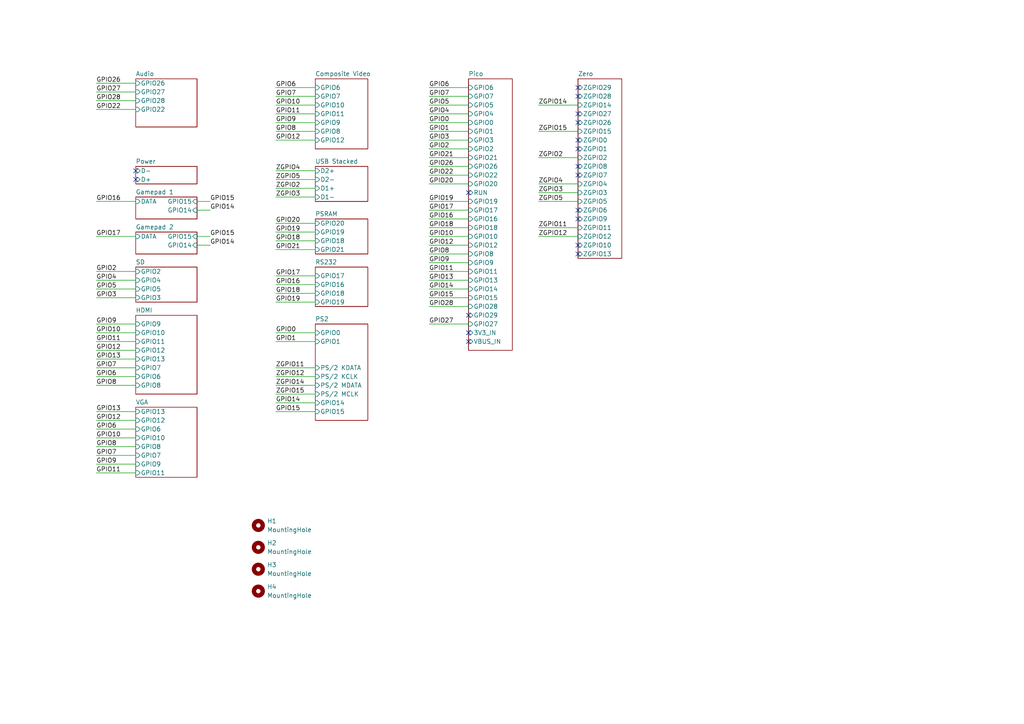
<source format=kicad_sch>
(kicad_sch (version 20231120) (generator "eeschema") (generator_version "8.0")
  (paper "A4")
  (title_block (title "FRANK") (date "2024-12-15") (rev "2.0") (company "Mikhail Matveev") (comment 1 "https://github.com/xtremespb/frank2"))
  (lib_symbols
    (symbol "Mechanical:MountingHole" (pin_names (offset 1.016)) (exclude_from_sim yes) (in_bom no)
      (property "Reference" "H" (at 0 5.08 0))
      (property "Value" "MountingHole" (at 0 3.175 0))
      (symbol "MountingHole_0_1"
        (circle (center 0 0) (radius 1.27) (stroke (width 1.27)))
      )
    )
  )
  (no_connect (at 167.64 40.64))
  (no_connect (at 167.64 50.8))
  (no_connect (at 167.64 33.02))
  (no_connect (at 135.89 91.44))
  (no_connect (at 167.64 48.26))
  (no_connect (at 39.37 49.53))
  (no_connect (at 167.64 35.56))
  (no_connect (at 135.89 55.88))
  (no_connect (at 167.64 25.4))
  (no_connect (at 167.64 27.94))
  (no_connect (at 135.89 96.52))
  (no_connect (at 167.64 60.96))
  (no_connect (at 167.64 43.18))
  (no_connect (at 39.37 52.07))
  (no_connect (at 167.64 73.66))
  (no_connect (at 167.64 63.5))
  (no_connect (at 167.64 71.12))
  (no_connect (at 135.89 99.06))
  (wire (pts (xy 124.46 78.74) (xy 135.89 78.74)))
  (wire (pts (xy 80.01 85.09) (xy 91.44 85.09)))
  (wire (pts (xy 27.94 132.08) (xy 39.37 132.08)))
  (wire (pts (xy 124.46 25.4) (xy 135.89 25.4)))
  (wire (pts (xy 124.46 93.98) (xy 135.89 93.98)))
  (wire (pts (xy 80.01 109.22) (xy 91.44 109.22)))
  (wire (pts (xy 80.01 38.1) (xy 91.44 38.1)))
  (wire (pts (xy 57.15 58.42) (xy 60.96 58.42)))
  (wire (pts (xy 27.94 124.46) (xy 39.37 124.46)))
  (wire (pts (xy 80.01 35.56) (xy 91.44 35.56)))
  (wire (pts (xy 27.94 104.14) (xy 39.37 104.14)))
  (wire (pts (xy 156.21 30.48) (xy 167.64 30.48)))
  (wire (pts (xy 80.01 119.38) (xy 91.44 119.38)))
  (wire (pts (xy 80.01 40.64) (xy 91.44 40.64)))
  (wire (pts (xy 80.01 33.02) (xy 91.44 33.02)))
  (wire (pts (xy 80.01 106.68) (xy 91.44 106.68)))
  (wire (pts (xy 27.94 93.98) (xy 39.37 93.98)))
  (wire (pts (xy 124.46 71.12) (xy 135.89 71.12)))
  (wire (pts (xy 156.21 58.42) (xy 167.64 58.42)))
  (wire (pts (xy 27.94 101.6) (xy 39.37 101.6)))
  (wire (pts (xy 27.94 26.67) (xy 39.37 26.67)))
  (wire (pts (xy 80.01 72.39) (xy 91.44 72.39)))
  (wire (pts (xy 80.01 96.52) (xy 91.44 96.52)))
  (wire (pts (xy 156.21 68.58) (xy 167.64 68.58)))
  (wire (pts (xy 27.94 83.82) (xy 39.37 83.82)))
  (wire (pts (xy 80.01 69.85) (xy 91.44 69.85)))
  (wire (pts (xy 156.21 45.72) (xy 167.64 45.72)))
  (wire (pts (xy 156.21 55.88) (xy 167.64 55.88)))
  (wire (pts (xy 27.94 81.28) (xy 39.37 81.28)))
  (wire (pts (xy 124.46 60.96) (xy 135.89 60.96)))
  (wire (pts (xy 124.46 66.04) (xy 135.89 66.04)))
  (wire (pts (xy 80.01 114.3) (xy 91.44 114.3)))
  (wire (pts (xy 27.94 109.22) (xy 39.37 109.22)))
  (wire (pts (xy 156.21 38.1) (xy 167.64 38.1)))
  (wire (pts (xy 27.94 121.92) (xy 39.37 121.92)))
  (wire (pts (xy 156.21 66.04) (xy 167.64 66.04)))
  (wire (pts (xy 80.01 67.31) (xy 91.44 67.31)))
  (wire (pts (xy 80.01 82.55) (xy 91.44 82.55)))
  (wire (pts (xy 124.46 88.9) (xy 135.89 88.9)))
  (wire (pts (xy 124.46 86.36) (xy 135.89 86.36)))
  (wire (pts (xy 124.46 45.72) (xy 135.89 45.72)))
  (wire (pts (xy 80.01 116.84) (xy 91.44 116.84)))
  (wire (pts (xy 156.21 53.34) (xy 167.64 53.34)))
  (wire (pts (xy 80.01 54.61) (xy 91.44 54.61)))
  (wire (pts (xy 57.15 68.58) (xy 60.96 68.58)))
  (wire (pts (xy 124.46 73.66) (xy 135.89 73.66)))
  (wire (pts (xy 124.46 68.58) (xy 135.89 68.58)))
  (wire (pts (xy 124.46 63.5) (xy 135.89 63.5)))
  (wire (pts (xy 27.94 134.62) (xy 39.37 134.62)))
  (wire (pts (xy 80.01 99.06) (xy 91.44 99.06)))
  (wire (pts (xy 27.94 137.16) (xy 39.37 137.16)))
  (wire (pts (xy 80.01 27.94) (xy 91.44 27.94)))
  (wire (pts (xy 124.46 81.28) (xy 135.89 81.28)))
  (wire (pts (xy 80.01 25.4) (xy 91.44 25.4)))
  (wire (pts (xy 27.94 129.54) (xy 39.37 129.54)))
  (wire (pts (xy 27.94 99.06) (xy 39.37 99.06)))
  (wire (pts (xy 124.46 38.1) (xy 135.89 38.1)))
  (wire (pts (xy 27.94 24.13) (xy 39.37 24.13)))
  (wire (pts (xy 124.46 35.56) (xy 135.89 35.56)))
  (wire (pts (xy 80.01 64.77) (xy 91.44 64.77)))
  (wire (pts (xy 80.01 80.01) (xy 91.44 80.01)))
  (wire (pts (xy 27.94 78.74) (xy 39.37 78.74)))
  (wire (pts (xy 27.94 106.68) (xy 39.37 106.68)))
  (wire (pts (xy 80.01 30.48) (xy 91.44 30.48)))
  (wire (pts (xy 124.46 83.82) (xy 135.89 83.82)))
  (wire (pts (xy 80.01 57.15) (xy 91.44 57.15)))
  (wire (pts (xy 124.46 53.34) (xy 135.89 53.34)))
  (wire (pts (xy 27.94 29.21) (xy 39.37 29.21)))
  (wire (pts (xy 57.15 60.96) (xy 60.96 60.96)))
  (wire (pts (xy 124.46 76.2) (xy 135.89 76.2)))
  (wire (pts (xy 27.94 111.76) (xy 39.37 111.76)))
  (wire (pts (xy 124.46 27.94) (xy 135.89 27.94)))
  (wire (pts (xy 124.46 33.02) (xy 135.89 33.02)))
  (wire (pts (xy 80.01 111.76) (xy 91.44 111.76)))
  (wire (pts (xy 27.94 31.75) (xy 39.37 31.75)))
  (wire (pts (xy 124.46 50.8) (xy 135.89 50.8)))
  (wire (pts (xy 80.01 49.53) (xy 91.44 49.53)))
  (wire (pts (xy 27.94 68.58) (xy 39.37 68.58)))
  (wire (pts (xy 27.94 58.42) (xy 39.37 58.42)))
  (wire (pts (xy 124.46 48.26) (xy 135.89 48.26)))
  (wire (pts (xy 80.01 87.63) (xy 91.44 87.63)))
  (wire (pts (xy 27.94 127) (xy 39.37 127)))
  (wire (pts (xy 80.01 52.07) (xy 91.44 52.07)))
  (wire (pts (xy 27.94 119.38) (xy 39.37 119.38)))
  (wire (pts (xy 27.94 96.52) (xy 39.37 96.52)))
  (wire (pts (xy 27.94 86.36) (xy 39.37 86.36)))
  (wire (pts (xy 124.46 43.18) (xy 135.89 43.18)))
  (wire (pts (xy 124.46 40.64) (xy 135.89 40.64)))
  (wire (pts (xy 124.46 30.48) (xy 135.89 30.48)))
  (wire (pts (xy 124.46 58.42) (xy 135.89 58.42)))
  (wire (pts (xy 57.15 71.12) (xy 60.96 71.12)))
  (label "GPIO16" (at 27.94 58.42 0))
  (label "GPIO14" (at 60.96 60.96 0))
  (label "GPIO8" (at 27.94 129.54 0))
  (label "GPIO22" (at 27.94 31.75 0))
  (label "GPIO7" (at 27.94 106.68 0))
  (label "ZGPIO5" (at 156.21 58.42 0))
  (label "GPIO1" (at 80.01 99.06 0))
  (label "ZGPIO15" (at 80.01 114.3 0))
  (label "GPIO15" (at 124.46 86.36 0))
  (label "GPIO6" (at 80.01 25.4 0))
  (label "GPIO10" (at 27.94 127 0))
  (label "GPIO3" (at 27.94 86.36 0))
  (label "GPIO17" (at 27.94 68.58 0))
  (label "GPIO20" (at 80.01 64.77 0))
  (label "GPIO19" (at 80.01 67.31 0))
  (label "GPIO17" (at 124.46 60.96 0))
  (label "GPIO20" (at 124.46 53.34 0))
  (label "GPIO18" (at 80.01 69.85 0))
  (label "GPIO13" (at 27.94 104.14 0))
  (label "GPIO16" (at 124.46 63.5 0))
  (label "GPIO6" (at 124.46 25.4 0))
  (label "ZGPIO11" (at 80.01 106.68 0))
  (label "GPIO18" (at 80.01 85.09 0))
  (label "GPIO11" (at 80.01 33.02 0))
  (label "GPIO9" (at 27.94 93.98 0))
  (label "GPIO2" (at 27.94 78.74 0))
  (label "GPIO16" (at 80.01 82.55 0))
  (label "GPIO14" (at 80.01 116.84 0))
  (label "ZGPIO5" (at 80.01 52.07 0))
  (label "GPIO27" (at 27.94 26.67 0))
  (label "GPIO9" (at 124.46 76.2 0))
  (label "ZGPIO12" (at 156.21 68.58 0))
  (label "GPIO28" (at 27.94 29.21 0))
  (label "GPIO12" (at 80.01 40.64 0))
  (label "GPIO26" (at 124.46 48.26 0))
  (label "GPIO0" (at 80.01 96.52 0))
  (label "GPIO15" (at 60.96 68.58 0))
  (label "ZGPIO3" (at 156.21 55.88 0))
  (label "GPIO4" (at 27.94 81.28 0))
  (label "ZGPIO2" (at 156.21 45.72 0))
  (label "GPIO9" (at 80.01 35.56 0))
  (label "GPIO12" (at 27.94 121.92 0))
  (label "GPIO10" (at 124.46 68.58 0))
  (label "GPIO10" (at 80.01 30.48 0))
  (label "GPIO8" (at 80.01 38.1 0))
  (label "GPIO18" (at 124.46 66.04 0))
  (label "GPIO28" (at 124.46 88.9 0))
  (label "GPIO3" (at 124.46 40.64 0))
  (label "GPIO10" (at 27.94 96.52 0))
  (label "GPIO13" (at 27.94 119.38 0))
  (label "GPIO12" (at 27.94 101.6 0))
  (label "GPIO2" (at 124.46 43.18 0))
  (label "GPIO14" (at 60.96 71.12 0))
  (label "ZGPIO4" (at 156.21 53.34 0))
  (label "GPIO21" (at 124.46 45.72 0))
  (label "GPIO12" (at 124.46 71.12 0))
  (label "ZGPIO4" (at 80.01 49.53 0))
  (label "ZGPIO14" (at 80.01 111.76 0))
  (label "GPIO0" (at 124.46 35.56 0))
  (label "ZGPIO14" (at 156.21 30.48 0))
  (label "ZGPIO11" (at 156.21 66.04 0))
  (label "GPIO11" (at 27.94 137.16 0))
  (label "GPIO8" (at 27.94 111.76 0))
  (label "GPIO4" (at 124.46 33.02 0))
  (label "GPIO8" (at 124.46 73.66 0))
  (label "GPIO14" (at 124.46 83.82 0))
  (label "GPIO6" (at 27.94 109.22 0))
  (label "GPIO17" (at 80.01 80.01 0))
  (label "GPIO11" (at 27.94 99.06 0))
  (label "GPIO6" (at 27.94 124.46 0))
  (label "GPIO22" (at 124.46 50.8 0))
  (label "ZGPIO15" (at 156.21 38.1 0))
  (label "GPIO9" (at 27.94 134.62 0))
  (label "GPIO13" (at 124.46 81.28 0))
  (label "ZGPIO2" (at 80.01 54.61 0))
  (label "GPIO7" (at 27.94 132.08 0))
  (label "GPIO1" (at 124.46 38.1 0))
  (label "GPIO5" (at 27.94 83.82 0))
  (label "GPIO19" (at 80.01 87.63 0))
  (label "GPIO11" (at 124.46 78.74 0))
  (label "GPIO19" (at 124.46 58.42 0))
  (label "GPIO15" (at 60.96 58.42 0))
  (label "GPIO7" (at 80.01 27.94 0))
  (label "GPIO27" (at 124.46 93.98 0))
  (label "GPIO7" (at 124.46 27.94 0))
  (label "ZGPIO3" (at 80.01 57.15 0))
  (label "ZGPIO12" (at 80.01 109.22 0))
  (label "GPIO21" (at 80.01 72.39 0))
  (label "GPIO15" (at 80.01 119.38 0))
  (label "GPIO5" (at 124.46 30.48 0))
  (label "GPIO26" (at 27.94 24.13 0))
  (symbol (lib_id "Mechanical:MountingHole") (at 74.93 152.4 0) (unit 1) (exclude_from_sim yes) (in_bom no)
    (property "Reference" "H1" (at 77.47 151.1299 0) (effects (justify left)))
    (property "Value" "MountingHole" (at 77.47 153.6699 0) (effects (justify left)))
    (property "Footprint" "LIBS:Medved_MountingHole_V2" (effects (hide yes)))
    (property "Description" "Mounting Hole without connection" (effects (hide yes)))
  )
  (symbol (lib_id "Mechanical:MountingHole") (at 74.93 165.1 0) (unit 1) (exclude_from_sim yes) (in_bom no)
    (property "Reference" "H3" (at 77.47 163.8299 0) (effects (justify left)))
    (property "Value" "MountingHole" (at 77.47 166.3699 0) (effects (justify left)))
    (property "Footprint" "LIBS:Medved_MountingHole_V2" (effects (hide yes)))
    (property "Description" "Mounting Hole without connection" (effects (hide yes)))
  )
  (symbol (lib_id "Mechanical:MountingHole") (at 74.93 158.75 0) (unit 1) (exclude_from_sim yes) (in_bom no)
    (property "Reference" "H2" (at 77.47 157.4799 0) (effects (justify left)))
    (property "Value" "MountingHole" (at 77.47 160.0199 0) (effects (justify left)))
    (property "Footprint" "LIBS:Medved_MountingHole_V2" (effects (hide yes)))
    (property "Description" "Mounting Hole without connection" (effects (hide yes)))
  )
  (symbol (lib_id "Mechanical:MountingHole") (at 74.93 171.45 0) (unit 1) (exclude_from_sim yes) (in_bom no)
    (property "Reference" "H4" (at 77.47 170.1799 0) (effects (justify left)))
    (property "Value" "MountingHole" (at 77.47 172.7199 0) (effects (justify left)))
    (property "Footprint" "LIBS:Medved_MountingHole_V2" (effects (hide yes)))
    (property "Description" "Mounting Hole without connection" (effects (hide yes)))
  )
  (sheet (at 39.37 91.44) (size 17.78 22.86) (stroke (width 0.1524))
    (property "Sheetname" "HDMI" (at 39.37 90.7284 0) (effects (justify left bottom)))
    (property "Sheetfile" "hdmi.kicad_sch" (effects (hide yes)))
    (pin "GPIO9" input (at 39.37 93.98 180))
    (pin "GPIO10" input (at 39.37 96.52 180))
    (pin "GPIO11" input (at 39.37 99.06 180))
    (pin "GPIO12" input (at 39.37 101.6 180))
    (pin "GPIO13" input (at 39.37 104.14 180))
    (pin "GPIO7" input (at 39.37 106.68 180))
    (pin "GPIO6" input (at 39.37 109.22 180))
    (pin "GPIO8" input (at 39.37 111.76 180))
  )
  (sheet (at 91.44 48.26) (size 15.24 10.16) (stroke (width 0.1524))
    (property "Sheetname" "USB Stacked" (at 91.44 47.5484 0) (effects (justify left bottom)))
    (property "Sheetfile" "usbstack.kicad_sch" (effects (hide yes)))
    (pin "D2+" input (at 91.44 49.53 180))
    (pin "D1-" input (at 91.44 57.15 180))
    (pin "D1+" input (at 91.44 54.61 180))
    (pin "D2-" input (at 91.44 52.07 180))
  )
  (sheet (at 39.37 77.47) (size 17.78 10.16) (stroke (width 0.1524))
    (property "Sheetname" "SD" (at 39.37 76.7584 0) (effects (justify left bottom)))
    (property "Sheetfile" "sd.kicad_sch" (effects (hide yes)))
    (pin "GPIO2" input (at 39.37 78.74 180))
    (pin "GPIO4" input (at 39.37 81.28 180))
    (pin "GPIO5" input (at 39.37 83.82 180))
    (pin "GPIO3" input (at 39.37 86.36 180))
  )
  (sheet (at 135.89 22.86) (size 12.7 78.74) (stroke (width 0.1524))
    (property "Sheetname" "Pico" (at 135.89 22.1484 0) (effects (justify left bottom)))
    (property "Sheetfile" "pico1.kicad_sch" (effects (hide yes)))
    (pin "GPIO6" input (at 135.89 25.4 180))
    (pin "GPIO7" input (at 135.89 27.94 180))
    (pin "GPIO5" input (at 135.89 30.48 180))
    (pin "GPIO4" input (at 135.89 33.02 180))
    (pin "GPIO0" input (at 135.89 35.56 180))
    (pin "GPIO1" input (at 135.89 38.1 180))
    (pin "GPIO3" input (at 135.89 40.64 180))
    (pin "GPIO2" input (at 135.89 43.18 180))
    (pin "GPIO21" input (at 135.89 45.72 180))
    (pin "GPIO26" input (at 135.89 48.26 180))
    (pin "GPIO22" input (at 135.89 50.8 180))
    (pin "GPIO20" input (at 135.89 53.34 180))
    (pin "RUN" input (at 135.89 55.88 180))
    (pin "GPIO19" input (at 135.89 58.42 180))
    (pin "GPIO17" input (at 135.89 60.96 180))
    (pin "GPIO16" input (at 135.89 63.5 180))
    (pin "GPIO18" input (at 135.89 66.04 180))
    (pin "GPIO10" input (at 135.89 68.58 180))
    (pin "GPIO12" input (at 135.89 71.12 180))
    (pin "GPIO8" input (at 135.89 73.66 180))
    (pin "GPIO9" input (at 135.89 76.2 180))
    (pin "GPIO11" input (at 135.89 78.74 180))
    (pin "GPIO13" input (at 135.89 81.28 180))
    (pin "GPIO14" input (at 135.89 83.82 180))
    (pin "GPIO15" input (at 135.89 86.36 180))
    (pin "GPIO28" input (at 135.89 88.9 180))
    (pin "GPIO29" input (at 135.89 91.44 180))
    (pin "GPIO27" input (at 135.89 93.98 180))
    (pin "3V3_IN" input (at 135.89 96.52 180))
    (pin "VBUS_IN" input (at 135.89 99.06 180))
  )
  (sheet (at 167.64 22.86) (size 12.7 52.07) (stroke (width 0.1524))
    (property "Sheetname" "Zero" (at 167.64 22.1484 0) (effects (justify left bottom)))
    (property "Sheetfile" "zero.kicad_sch" (effects (hide yes)))
    (pin "ZGPIO29" input (at 167.64 25.4 180))
    (pin "ZGPIO28" input (at 167.64 27.94 180))
    (pin "ZGPIO14" input (at 167.64 30.48 180))
    (pin "ZGPIO27" input (at 167.64 33.02 180))
    (pin "ZGPIO26" input (at 167.64 35.56 180))
    (pin "ZGPIO15" input (at 167.64 38.1 180))
    (pin "ZGPIO0" input (at 167.64 40.64 180))
    (pin "ZGPIO1" input (at 167.64 43.18 180))
    (pin "ZGPIO2" input (at 167.64 45.72 180))
    (pin "ZGPIO8" input (at 167.64 48.26 180))
    (pin "ZGPIO7" input (at 167.64 50.8 180))
    (pin "ZGPIO4" input (at 167.64 53.34 180))
    (pin "ZGPIO3" input (at 167.64 55.88 180))
    (pin "ZGPIO5" input (at 167.64 58.42 180))
    (pin "ZGPIO6" input (at 167.64 60.96 180))
    (pin "ZGPIO9" input (at 167.64 63.5 180))
    (pin "ZGPIO11" input (at 167.64 66.04 180))
    (pin "ZGPIO12" input (at 167.64 68.58 180))
    (pin "ZGPIO10" input (at 167.64 71.12 180))
    (pin "ZGPIO13" input (at 167.64 73.66 180))
  )
  (sheet (at 39.37 57.15) (size 17.78 6.35) (stroke (width 0.1524))
    (property "Sheetname" "Gamepad 1" (at 39.37 56.4384 0) (effects (justify left bottom)))
    (property "Sheetfile" "gamepad.kicad_sch" (effects (hide yes)))
    (pin "DATA" input (at 39.37 58.42 180))
    (pin "GPIO15" input (at 57.15 58.42 0))
    (pin "GPIO14" input (at 57.15 60.96 0))
  )
  (sheet (at 39.37 67.31) (size 17.78 6.35) (stroke (width 0.1524))
    (property "Sheetname" "Gamepad 2" (at 39.37 66.5984 0) (effects (justify left bottom)))
    (property "Sheetfile" "gamepad.kicad_sch" (effects (hide yes)))
    (pin "DATA" input (at 39.37 68.58 180))
    (pin "GPIO15" input (at 57.15 68.58 0))
    (pin "GPIO14" input (at 57.15 71.12 0))
  )
  (sheet (at 91.44 77.47) (size 15.24 11.43) (stroke (width 0.1524))
    (property "Sheetname" "RS232" (at 91.44 76.7584 0) (effects (justify left bottom)))
    (property "Sheetfile" "rs232.kicad_sch" (effects (hide yes)))
    (pin "GPIO17" input (at 91.44 80.01 180))
    (pin "GPIO16" input (at 91.44 82.55 180))
    (pin "GPIO18" input (at 91.44 85.09 180))
    (pin "GPIO19" input (at 91.44 87.63 180))
  )
  (sheet (at 91.44 93.98) (size 15.24 27.94) (stroke (width 0.1524))
    (property "Sheetname" "PS2" (at 91.44 93.2684 0) (effects (justify left bottom)))
    (property "Sheetfile" "ps2.kicad_sch" (effects (hide yes)))
    (pin "GPIO0" input (at 91.44 96.52 180))
    (pin "GPIO1" input (at 91.44 99.06 180))
    (pin "PS{slash}2 KDATA" input (at 91.44 106.68 180))
    (pin "PS{slash}2 KCLK" input (at 91.44 109.22 180))
    (pin "PS{slash}2 MDATA" input (at 91.44 111.76 180))
    (pin "PS{slash}2 MCLK" input (at 91.44 114.3 180))
    (pin "GPIO14" input (at 91.44 116.84 180))
    (pin "GPIO15" input (at 91.44 119.38 180))
  )
  (sheet (at 39.37 118.11) (size 17.78 20.32) (stroke (width 0.1524))
    (property "Sheetname" "VGA" (at 39.37 117.3984 0) (effects (justify left bottom)))
    (property "Sheetfile" "vga.kicad_sch" (effects (hide yes)))
    (pin "GPIO13" input (at 39.37 119.38 180))
    (pin "GPIO12" input (at 39.37 121.92 180))
    (pin "GPIO6" input (at 39.37 124.46 180))
    (pin "GPIO10" input (at 39.37 127 180))
    (pin "GPIO8" input (at 39.37 129.54 180))
    (pin "GPIO7" input (at 39.37 132.08 180))
    (pin "GPIO9" input (at 39.37 134.62 180))
    (pin "GPIO11" input (at 39.37 137.16 180))
  )
  (sheet (at 39.37 48.26) (size 17.78 5.08) (stroke (width 0.1524))
    (property "Sheetname" "Power" (at 39.37 47.5484 0) (effects (justify left bottom)))
    (property "Sheetfile" "power.kicad_sch" (effects (hide yes)))
    (pin "D-" input (at 39.37 49.53 180))
    (pin "D+" input (at 39.37 52.07 180))
  )
  (sheet (at 91.44 22.86) (size 15.24 20.32) (stroke (width 0.1524))
    (property "Sheetname" "Composite Video" (at 91.44 22.1484 0) (effects (justify left bottom)))
    (property "Sheetfile" "composite.kicad_sch" (effects (hide yes)))
    (pin "GPIO6" input (at 91.44 25.4 180))
    (pin "GPIO7" input (at 91.44 27.94 180))
    (pin "GPIO10" input (at 91.44 30.48 180))
    (pin "GPIO11" input (at 91.44 33.02 180))
    (pin "GPIO9" input (at 91.44 35.56 180))
    (pin "GPIO8" input (at 91.44 38.1 180))
    (pin "GPIO12" input (at 91.44 40.64 180))
  )
  (sheet (at 39.37 22.86) (size 17.78 13.97) (stroke (width 0.1524))
    (property "Sheetname" "Audio" (at 39.37 22.1484 0) (effects (justify left bottom)))
    (property "Sheetfile" "audio.kicad_sch" (effects (hide yes)))
    (pin "GPIO26" input (at 39.37 24.13 180))
    (pin "GPIO27" input (at 39.37 26.67 180))
    (pin "GPIO28" input (at 39.37 29.21 180))
    (pin "GPIO22" input (at 39.37 31.75 180))
  )
  (sheet (at 91.44 63.5) (size 15.24 10.16) (stroke (width 0.1524))
    (property "Sheetname" "PSRAM" (at 91.44 62.7884 0) (effects (justify left bottom)))
    (property "Sheetfile" "psram.kicad_sch" (effects (hide yes)))
    (pin "GPIO20" input (at 91.44 64.77 180))
    (pin "GPIO19" input (at 91.44 67.31 180))
    (pin "GPIO18" input (at 91.44 69.85 180))
    (pin "GPIO21" input (at 91.44 72.39 180))
  )
)
</source>
